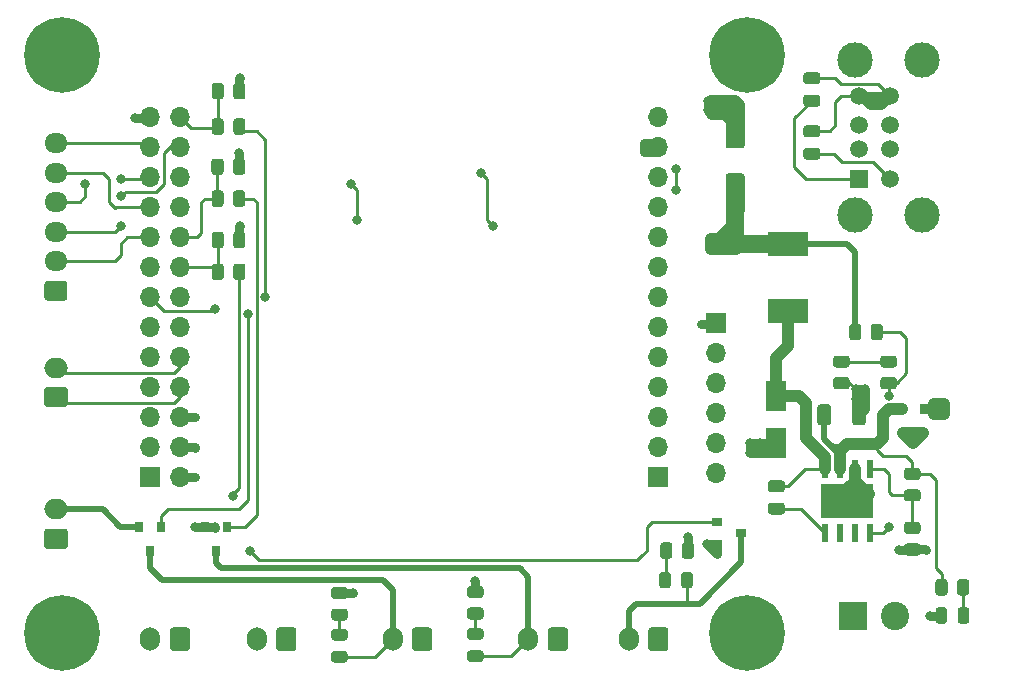
<source format=gbr>
%TF.GenerationSoftware,KiCad,Pcbnew,(5.1.12)-1*%
%TF.CreationDate,2021-12-26T21:26:00+08:00*%
%TF.ProjectId,OrangePiZeroExtentionBoard,4f72616e-6765-4506-995a-65726f457874,rev?*%
%TF.SameCoordinates,Original*%
%TF.FileFunction,Copper,L1,Top*%
%TF.FilePolarity,Positive*%
%FSLAX46Y46*%
G04 Gerber Fmt 4.6, Leading zero omitted, Abs format (unit mm)*
G04 Created by KiCad (PCBNEW (5.1.12)-1) date 2021-12-26 21:26:00*
%MOMM*%
%LPD*%
G01*
G04 APERTURE LIST*
%TA.AperFunction,ComponentPad*%
%ADD10C,0.600000*%
%TD*%
%TA.AperFunction,SMDPad,CuDef*%
%ADD11R,0.600000X1.550000*%
%TD*%
%TA.AperFunction,SMDPad,CuDef*%
%ADD12R,4.500000X2.950000*%
%TD*%
%TA.AperFunction,SMDPad,CuDef*%
%ADD13R,3.100000X2.600000*%
%TD*%
%TA.AperFunction,ComponentPad*%
%ADD14C,1.500000*%
%TD*%
%TA.AperFunction,ComponentPad*%
%ADD15C,3.000000*%
%TD*%
%TA.AperFunction,ComponentPad*%
%ADD16R,1.500000X1.500000*%
%TD*%
%TA.AperFunction,SMDPad,CuDef*%
%ADD17R,1.800000X2.500000*%
%TD*%
%TA.AperFunction,ComponentPad*%
%ADD18C,0.800000*%
%TD*%
%TA.AperFunction,ComponentPad*%
%ADD19C,6.400000*%
%TD*%
%TA.AperFunction,ComponentPad*%
%ADD20R,2.400000X2.400000*%
%TD*%
%TA.AperFunction,ComponentPad*%
%ADD21C,2.400000*%
%TD*%
%TA.AperFunction,ComponentPad*%
%ADD22O,1.950000X1.700000*%
%TD*%
%TA.AperFunction,ComponentPad*%
%ADD23R,1.700000X1.700000*%
%TD*%
%TA.AperFunction,ComponentPad*%
%ADD24O,1.700000X1.700000*%
%TD*%
%TA.AperFunction,ComponentPad*%
%ADD25O,2.000000X1.700000*%
%TD*%
%TA.AperFunction,ComponentPad*%
%ADD26O,1.700000X2.000000*%
%TD*%
%TA.AperFunction,SMDPad,CuDef*%
%ADD27R,3.400000X2.000000*%
%TD*%
%TA.AperFunction,SMDPad,CuDef*%
%ADD28R,0.800000X0.900000*%
%TD*%
%TA.AperFunction,SMDPad,CuDef*%
%ADD29R,0.900000X0.800000*%
%TD*%
%TA.AperFunction,ViaPad*%
%ADD30C,0.800000*%
%TD*%
%TA.AperFunction,Conductor*%
%ADD31C,0.250000*%
%TD*%
%TA.AperFunction,Conductor*%
%ADD32C,1.000000*%
%TD*%
%TA.AperFunction,Conductor*%
%ADD33C,0.500000*%
%TD*%
%TA.AperFunction,Conductor*%
%ADD34C,0.750000*%
%TD*%
%TA.AperFunction,Conductor*%
%ADD35C,1.500000*%
%TD*%
G04 APERTURE END LIST*
%TO.P,C5,2*%
%TO.N,GND*%
%TA.AperFunction,SMDPad,CuDef*%
G36*
G01*
X166050000Y-76950000D02*
X164950000Y-76950000D01*
G75*
G02*
X164700000Y-76700000I0J250000D01*
G01*
X164700000Y-73700000D01*
G75*
G02*
X164950000Y-73450000I250000J0D01*
G01*
X166050000Y-73450000D01*
G75*
G02*
X166300000Y-73700000I0J-250000D01*
G01*
X166300000Y-76700000D01*
G75*
G02*
X166050000Y-76950000I-250000J0D01*
G01*
G37*
%TD.AperFunction*%
%TO.P,C5,1*%
%TO.N,+5V*%
%TA.AperFunction,SMDPad,CuDef*%
G36*
G01*
X166050000Y-82550000D02*
X164950000Y-82550000D01*
G75*
G02*
X164700000Y-82300000I0J250000D01*
G01*
X164700000Y-79300000D01*
G75*
G02*
X164950000Y-79050000I250000J0D01*
G01*
X166050000Y-79050000D01*
G75*
G02*
X166300000Y-79300000I0J-250000D01*
G01*
X166300000Y-82300000D01*
G75*
G02*
X166050000Y-82550000I-250000J0D01*
G01*
G37*
%TD.AperFunction*%
%TD*%
D10*
%TO.P,U1,9*%
%TO.N,GND*%
X176800000Y-106200000D03*
X175700000Y-106200000D03*
X175700000Y-107400000D03*
X176800000Y-107400000D03*
X173200000Y-106200000D03*
X174400000Y-106200000D03*
X174400000Y-107400000D03*
X173200000Y-107400000D03*
D11*
%TO.P,U1,8*%
%TO.N,BUCK_PH*%
X173095000Y-104100000D03*
%TO.P,U1,7*%
%TO.N,BUCK_IN*%
X174365000Y-104100000D03*
%TO.P,U1,6*%
%TO.N,GND*%
X175635000Y-104100000D03*
%TO.P,U1,5*%
%TO.N,BUCK_EN*%
X176905000Y-104100000D03*
%TO.P,U1,4*%
%TO.N,BUCK_VSNS*%
X176905000Y-109500000D03*
%TO.P,U1,3*%
%TO.N,Net-(U1-Pad3)*%
X175635000Y-109500000D03*
%TO.P,U1,2*%
%TO.N,Net-(U1-Pad2)*%
X174365000Y-109500000D03*
%TO.P,U1,1*%
%TO.N,BUCK_BOOT*%
X173095000Y-109500000D03*
D12*
%TO.P,U1,9*%
%TO.N,GND*%
X175000000Y-106800000D03*
D13*
X175000000Y-106800000D03*
%TD*%
D14*
%TO.P,USB1,8*%
%TO.N,GND*%
X178620000Y-72500000D03*
%TO.P,USB1,7*%
%TO.N,USB_DP3*%
X178620000Y-75000000D03*
%TO.P,USB1,6*%
%TO.N,USB_DM3*%
X178620000Y-77000000D03*
%TO.P,USB1,5*%
%TO.N,+5V*%
X178620000Y-79500000D03*
D15*
%TO.P,USB1,9*%
%TO.N,Net-(USB1-Pad9)*%
X181330000Y-69430000D03*
X181330000Y-82570000D03*
D14*
%TO.P,USB1,4*%
%TO.N,GND*%
X176000000Y-72500000D03*
%TO.P,USB1,3*%
%TO.N,USB_DP2*%
X176000000Y-75000000D03*
%TO.P,USB1,2*%
%TO.N,USB_DM2*%
X176000000Y-77000000D03*
D16*
%TO.P,USB1,1*%
%TO.N,+5V*%
X176000000Y-79500000D03*
D15*
%TO.P,USB1,9*%
%TO.N,Net-(USB1-Pad9)*%
X175650000Y-82570000D03*
X175650000Y-69430000D03*
%TD*%
%TO.P,C1,2*%
%TO.N,GND*%
%TA.AperFunction,SMDPad,CuDef*%
G36*
G01*
X172475000Y-71500000D02*
X171525000Y-71500000D01*
G75*
G02*
X171275000Y-71250000I0J250000D01*
G01*
X171275000Y-70750000D01*
G75*
G02*
X171525000Y-70500000I250000J0D01*
G01*
X172475000Y-70500000D01*
G75*
G02*
X172725000Y-70750000I0J-250000D01*
G01*
X172725000Y-71250000D01*
G75*
G02*
X172475000Y-71500000I-250000J0D01*
G01*
G37*
%TD.AperFunction*%
%TO.P,C1,1*%
%TO.N,+5V*%
%TA.AperFunction,SMDPad,CuDef*%
G36*
G01*
X172475000Y-73400000D02*
X171525000Y-73400000D01*
G75*
G02*
X171275000Y-73150000I0J250000D01*
G01*
X171275000Y-72650000D01*
G75*
G02*
X171525000Y-72400000I250000J0D01*
G01*
X172475000Y-72400000D01*
G75*
G02*
X172725000Y-72650000I0J-250000D01*
G01*
X172725000Y-73150000D01*
G75*
G02*
X172475000Y-73400000I-250000J0D01*
G01*
G37*
%TD.AperFunction*%
%TD*%
%TO.P,C2,1*%
%TO.N,BUCK_IN*%
%TA.AperFunction,SMDPad,CuDef*%
G36*
G01*
X172475000Y-100150001D02*
X172475000Y-98849999D01*
G75*
G02*
X172724999Y-98600000I249999J0D01*
G01*
X173375001Y-98600000D01*
G75*
G02*
X173625000Y-98849999I0J-249999D01*
G01*
X173625000Y-100150001D01*
G75*
G02*
X173375001Y-100400000I-249999J0D01*
G01*
X172724999Y-100400000D01*
G75*
G02*
X172475000Y-100150001I0J249999D01*
G01*
G37*
%TD.AperFunction*%
%TO.P,C2,2*%
%TO.N,GND*%
%TA.AperFunction,SMDPad,CuDef*%
G36*
G01*
X175425000Y-100150001D02*
X175425000Y-98849999D01*
G75*
G02*
X175674999Y-98600000I249999J0D01*
G01*
X176325001Y-98600000D01*
G75*
G02*
X176575000Y-98849999I0J-249999D01*
G01*
X176575000Y-100150001D01*
G75*
G02*
X176325001Y-100400000I-249999J0D01*
G01*
X175674999Y-100400000D01*
G75*
G02*
X175425000Y-100150001I0J249999D01*
G01*
G37*
%TD.AperFunction*%
%TD*%
%TO.P,C3,1*%
%TO.N,+5V*%
%TA.AperFunction,SMDPad,CuDef*%
G36*
G01*
X172475000Y-77900000D02*
X171525000Y-77900000D01*
G75*
G02*
X171275000Y-77650000I0J250000D01*
G01*
X171275000Y-77150000D01*
G75*
G02*
X171525000Y-76900000I250000J0D01*
G01*
X172475000Y-76900000D01*
G75*
G02*
X172725000Y-77150000I0J-250000D01*
G01*
X172725000Y-77650000D01*
G75*
G02*
X172475000Y-77900000I-250000J0D01*
G01*
G37*
%TD.AperFunction*%
%TO.P,C3,2*%
%TO.N,GND*%
%TA.AperFunction,SMDPad,CuDef*%
G36*
G01*
X172475000Y-76000000D02*
X171525000Y-76000000D01*
G75*
G02*
X171275000Y-75750000I0J250000D01*
G01*
X171275000Y-75250000D01*
G75*
G02*
X171525000Y-75000000I250000J0D01*
G01*
X172475000Y-75000000D01*
G75*
G02*
X172725000Y-75250000I0J-250000D01*
G01*
X172725000Y-75750000D01*
G75*
G02*
X172475000Y-76000000I-250000J0D01*
G01*
G37*
%TD.AperFunction*%
%TD*%
%TO.P,C4,1*%
%TO.N,BUCK_BOOT*%
%TA.AperFunction,SMDPad,CuDef*%
G36*
G01*
X169475000Y-107950000D02*
X168525000Y-107950000D01*
G75*
G02*
X168275000Y-107700000I0J250000D01*
G01*
X168275000Y-107200000D01*
G75*
G02*
X168525000Y-106950000I250000J0D01*
G01*
X169475000Y-106950000D01*
G75*
G02*
X169725000Y-107200000I0J-250000D01*
G01*
X169725000Y-107700000D01*
G75*
G02*
X169475000Y-107950000I-250000J0D01*
G01*
G37*
%TD.AperFunction*%
%TO.P,C4,2*%
%TO.N,BUCK_PH*%
%TA.AperFunction,SMDPad,CuDef*%
G36*
G01*
X169475000Y-106050000D02*
X168525000Y-106050000D01*
G75*
G02*
X168275000Y-105800000I0J250000D01*
G01*
X168275000Y-105300000D01*
G75*
G02*
X168525000Y-105050000I250000J0D01*
G01*
X169475000Y-105050000D01*
G75*
G02*
X169725000Y-105300000I0J-250000D01*
G01*
X169725000Y-105800000D01*
G75*
G02*
X169475000Y-106050000I-250000J0D01*
G01*
G37*
%TD.AperFunction*%
%TD*%
%TO.P,D1,2*%
%TO.N,Net-(D1-Pad2)*%
%TA.AperFunction,SMDPad,CuDef*%
G36*
G01*
X184350000Y-116956250D02*
X184350000Y-116043750D01*
G75*
G02*
X184593750Y-115800000I243750J0D01*
G01*
X185081250Y-115800000D01*
G75*
G02*
X185325000Y-116043750I0J-243750D01*
G01*
X185325000Y-116956250D01*
G75*
G02*
X185081250Y-117200000I-243750J0D01*
G01*
X184593750Y-117200000D01*
G75*
G02*
X184350000Y-116956250I0J243750D01*
G01*
G37*
%TD.AperFunction*%
%TO.P,D1,1*%
%TO.N,GND*%
%TA.AperFunction,SMDPad,CuDef*%
G36*
G01*
X182475000Y-116956250D02*
X182475000Y-116043750D01*
G75*
G02*
X182718750Y-115800000I243750J0D01*
G01*
X183206250Y-115800000D01*
G75*
G02*
X183450000Y-116043750I0J-243750D01*
G01*
X183450000Y-116956250D01*
G75*
G02*
X183206250Y-117200000I-243750J0D01*
G01*
X182718750Y-117200000D01*
G75*
G02*
X182475000Y-116956250I0J243750D01*
G01*
G37*
%TD.AperFunction*%
%TD*%
%TO.P,D2,1*%
%TO.N,Net-(D2-Pad1)*%
%TA.AperFunction,SMDPad,CuDef*%
G36*
G01*
X132456250Y-120487500D02*
X131543750Y-120487500D01*
G75*
G02*
X131300000Y-120243750I0J243750D01*
G01*
X131300000Y-119756250D01*
G75*
G02*
X131543750Y-119512500I243750J0D01*
G01*
X132456250Y-119512500D01*
G75*
G02*
X132700000Y-119756250I0J-243750D01*
G01*
X132700000Y-120243750D01*
G75*
G02*
X132456250Y-120487500I-243750J0D01*
G01*
G37*
%TD.AperFunction*%
%TO.P,D2,2*%
%TO.N,Net-(D2-Pad2)*%
%TA.AperFunction,SMDPad,CuDef*%
G36*
G01*
X132456250Y-118612500D02*
X131543750Y-118612500D01*
G75*
G02*
X131300000Y-118368750I0J243750D01*
G01*
X131300000Y-117881250D01*
G75*
G02*
X131543750Y-117637500I243750J0D01*
G01*
X132456250Y-117637500D01*
G75*
G02*
X132700000Y-117881250I0J-243750D01*
G01*
X132700000Y-118368750D01*
G75*
G02*
X132456250Y-118612500I-243750J0D01*
G01*
G37*
%TD.AperFunction*%
%TD*%
%TO.P,D3,2*%
%TO.N,Net-(D3-Pad2)*%
%TA.AperFunction,SMDPad,CuDef*%
G36*
G01*
X143956250Y-118550000D02*
X143043750Y-118550000D01*
G75*
G02*
X142800000Y-118306250I0J243750D01*
G01*
X142800000Y-117818750D01*
G75*
G02*
X143043750Y-117575000I243750J0D01*
G01*
X143956250Y-117575000D01*
G75*
G02*
X144200000Y-117818750I0J-243750D01*
G01*
X144200000Y-118306250D01*
G75*
G02*
X143956250Y-118550000I-243750J0D01*
G01*
G37*
%TD.AperFunction*%
%TO.P,D3,1*%
%TO.N,Net-(D3-Pad1)*%
%TA.AperFunction,SMDPad,CuDef*%
G36*
G01*
X143956250Y-120425000D02*
X143043750Y-120425000D01*
G75*
G02*
X142800000Y-120181250I0J243750D01*
G01*
X142800000Y-119693750D01*
G75*
G02*
X143043750Y-119450000I243750J0D01*
G01*
X143956250Y-119450000D01*
G75*
G02*
X144200000Y-119693750I0J-243750D01*
G01*
X144200000Y-120181250D01*
G75*
G02*
X143956250Y-120425000I-243750J0D01*
G01*
G37*
%TD.AperFunction*%
%TD*%
D17*
%TO.P,D4,1*%
%TO.N,BUCK_PH*%
X169000000Y-97900000D03*
%TO.P,D4,2*%
%TO.N,GND*%
X169000000Y-101900000D03*
%TD*%
%TO.P,D5,1*%
%TO.N,Net-(D5-Pad1)*%
%TA.AperFunction,SMDPad,CuDef*%
G36*
G01*
X161925000Y-113043750D02*
X161925000Y-113956250D01*
G75*
G02*
X161681250Y-114200000I-243750J0D01*
G01*
X161193750Y-114200000D01*
G75*
G02*
X160950000Y-113956250I0J243750D01*
G01*
X160950000Y-113043750D01*
G75*
G02*
X161193750Y-112800000I243750J0D01*
G01*
X161681250Y-112800000D01*
G75*
G02*
X161925000Y-113043750I0J-243750D01*
G01*
G37*
%TD.AperFunction*%
%TO.P,D5,2*%
%TO.N,Net-(D5-Pad2)*%
%TA.AperFunction,SMDPad,CuDef*%
G36*
G01*
X160050000Y-113043750D02*
X160050000Y-113956250D01*
G75*
G02*
X159806250Y-114200000I-243750J0D01*
G01*
X159318750Y-114200000D01*
G75*
G02*
X159075000Y-113956250I0J243750D01*
G01*
X159075000Y-113043750D01*
G75*
G02*
X159318750Y-112800000I243750J0D01*
G01*
X159806250Y-112800000D01*
G75*
G02*
X160050000Y-113043750I0J-243750D01*
G01*
G37*
%TD.AperFunction*%
%TD*%
D18*
%TO.P,,1*%
%TO.N,N/C*%
X110197056Y-116302944D03*
X108500000Y-115600000D03*
X106802944Y-116302944D03*
X106100000Y-118000000D03*
X106802944Y-119697056D03*
X108500000Y-120400000D03*
X110197056Y-119697056D03*
X110900000Y-118000000D03*
D19*
X108500000Y-118000000D03*
%TD*%
%TO.P,,1*%
%TO.N,N/C*%
X108500000Y-69000000D03*
D18*
X110900000Y-69000000D03*
X110197056Y-70697056D03*
X108500000Y-71400000D03*
X106802944Y-70697056D03*
X106100000Y-69000000D03*
X106802944Y-67302944D03*
X108500000Y-66600000D03*
X110197056Y-67302944D03*
%TD*%
%TO.P,,1*%
%TO.N,N/C*%
X168197056Y-67302944D03*
X166500000Y-66600000D03*
X164802944Y-67302944D03*
X164100000Y-69000000D03*
X164802944Y-70697056D03*
X166500000Y-71400000D03*
X168197056Y-70697056D03*
X168900000Y-69000000D03*
D19*
X166500000Y-69000000D03*
%TD*%
D18*
%TO.P,,1*%
%TO.N,N/C*%
X168197056Y-116302944D03*
X166500000Y-115600000D03*
X164802944Y-116302944D03*
X164100000Y-118000000D03*
X164802944Y-119697056D03*
X166500000Y-120400000D03*
X168197056Y-119697056D03*
X168900000Y-118000000D03*
D19*
X166500000Y-118000000D03*
%TD*%
D20*
%TO.P,J2,1*%
%TO.N,DCIN*%
X175500000Y-116500000D03*
D21*
%TO.P,J2,2*%
%TO.N,GND*%
X179000000Y-116500000D03*
%TD*%
%TO.P,J3,1*%
%TO.N,GND*%
%TA.AperFunction,ComponentPad*%
G36*
G01*
X108725000Y-89850000D02*
X107275000Y-89850000D01*
G75*
G02*
X107025000Y-89600000I0J250000D01*
G01*
X107025000Y-88400000D01*
G75*
G02*
X107275000Y-88150000I250000J0D01*
G01*
X108725000Y-88150000D01*
G75*
G02*
X108975000Y-88400000I0J-250000D01*
G01*
X108975000Y-89600000D01*
G75*
G02*
X108725000Y-89850000I-250000J0D01*
G01*
G37*
%TD.AperFunction*%
D22*
%TO.P,J3,2*%
%TO.N,+3V3*%
X108000000Y-86500000D03*
%TO.P,J3,3*%
%TO.N,SPI1_CS*%
X108000000Y-84000000D03*
%TO.P,J3,4*%
%TO.N,SPI1_MISO*%
X108000000Y-81500000D03*
%TO.P,J3,5*%
%TO.N,SPI1_MOSI*%
X108000000Y-79000000D03*
%TO.P,J3,6*%
%TO.N,SPI1_CLK*%
X108000000Y-76500000D03*
%TD*%
D23*
%TO.P,J4,1*%
%TO.N,+3V3*%
X115960000Y-104780000D03*
D24*
%TO.P,J4,2*%
%TO.N,+5V*%
X118500000Y-104780000D03*
%TO.P,J4,3*%
%TO.N,Net-(J4-Pad3)*%
X115960000Y-102240000D03*
%TO.P,J4,4*%
%TO.N,+5V*%
X118500000Y-102240000D03*
%TO.P,J4,5*%
%TO.N,Net-(J4-Pad5)*%
X115960000Y-99700000D03*
%TO.P,J4,6*%
%TO.N,GND*%
X118500000Y-99700000D03*
%TO.P,J4,7*%
%TO.N,Net-(J4-Pad7)*%
X115960000Y-97160000D03*
%TO.P,J4,8*%
%TO.N,UART1_RX*%
X118500000Y-97160000D03*
%TO.P,J4,9*%
%TO.N,GND*%
X115960000Y-94620000D03*
%TO.P,J4,10*%
%TO.N,UART1_TX*%
X118500000Y-94620000D03*
%TO.P,J4,11*%
%TO.N,GPIO_1_CLK*%
X115960000Y-92080000D03*
%TO.P,J4,12*%
%TO.N,Net-(J4-Pad12)*%
X118500000Y-92080000D03*
%TO.P,J4,13*%
%TO.N,GPIO_0_SDO*%
X115960000Y-89540000D03*
%TO.P,J4,14*%
%TO.N,GND*%
X118500000Y-89540000D03*
%TO.P,J4,15*%
%TO.N,GPIO_3_SDI*%
X115960000Y-87000000D03*
%TO.P,J4,16*%
%TO.N,GPIO_19*%
X118500000Y-87000000D03*
%TO.P,J4,17*%
%TO.N,+3V3*%
X115960000Y-84460000D03*
%TO.P,J4,18*%
%TO.N,GPIO_18*%
X118500000Y-84460000D03*
%TO.P,J4,19*%
%TO.N,SPI1_MOSI*%
X115960000Y-81920000D03*
%TO.P,J4,20*%
%TO.N,GND*%
X118500000Y-81920000D03*
%TO.P,J4,21*%
%TO.N,SPI1_MISO*%
X115960000Y-79380000D03*
%TO.P,J4,22*%
%TO.N,GPIO_2_CS*%
X118500000Y-79380000D03*
%TO.P,J4,23*%
%TO.N,SPI1_CLK*%
X115960000Y-76840000D03*
%TO.P,J4,24*%
%TO.N,SPI1_CS*%
X118500000Y-76840000D03*
%TO.P,J4,25*%
%TO.N,GND*%
X115960000Y-74300000D03*
%TO.P,J4,26*%
%TO.N,GPIO_10*%
X118500000Y-74300000D03*
%TD*%
D23*
%TO.P,J7,1*%
%TO.N,Net-(J7-Pad1)*%
X159000000Y-104780000D03*
D24*
%TO.P,J7,2*%
%TO.N,Net-(J7-Pad2)*%
X159000000Y-102240000D03*
%TO.P,J7,3*%
%TO.N,Net-(J7-Pad3)*%
X159000000Y-99700000D03*
%TO.P,J7,4*%
%TO.N,Net-(J7-Pad4)*%
X159000000Y-97160000D03*
%TO.P,J7,5*%
%TO.N,Net-(J7-Pad5)*%
X159000000Y-94620000D03*
%TO.P,J7,6*%
%TO.N,Net-(J7-Pad6)*%
X159000000Y-92080000D03*
%TO.P,J7,7*%
%TO.N,Net-(J7-Pad7)*%
X159000000Y-89540000D03*
%TO.P,J7,8*%
%TO.N,USB_DP3*%
X159000000Y-87000000D03*
%TO.P,J7,9*%
%TO.N,USB_DM3*%
X159000000Y-84460000D03*
%TO.P,J7,10*%
%TO.N,USB_DP2*%
X159000000Y-81920000D03*
%TO.P,J7,11*%
%TO.N,USB_DM2*%
X159000000Y-79380000D03*
%TO.P,J7,12*%
%TO.N,GND*%
X159000000Y-76840000D03*
%TO.P,J7,13*%
%TO.N,+5V*%
X159000000Y-74300000D03*
%TD*%
%TO.P,J8,1*%
%TO.N,+5V*%
%TA.AperFunction,ComponentPad*%
G36*
G01*
X108750000Y-110850000D02*
X107250000Y-110850000D01*
G75*
G02*
X107000000Y-110600000I0J250000D01*
G01*
X107000000Y-109400000D01*
G75*
G02*
X107250000Y-109150000I250000J0D01*
G01*
X108750000Y-109150000D01*
G75*
G02*
X109000000Y-109400000I0J-250000D01*
G01*
X109000000Y-110600000D01*
G75*
G02*
X108750000Y-110850000I-250000J0D01*
G01*
G37*
%TD.AperFunction*%
D25*
%TO.P,J8,2*%
%TO.N,GND*%
X108000000Y-107500000D03*
%TD*%
D26*
%TO.P,J9,2*%
%TO.N,GND*%
X116000000Y-118500000D03*
%TO.P,J9,1*%
%TO.N,+5V*%
%TA.AperFunction,ComponentPad*%
G36*
G01*
X119350000Y-117750000D02*
X119350000Y-119250000D01*
G75*
G02*
X119100000Y-119500000I-250000J0D01*
G01*
X117900000Y-119500000D01*
G75*
G02*
X117650000Y-119250000I0J250000D01*
G01*
X117650000Y-117750000D01*
G75*
G02*
X117900000Y-117500000I250000J0D01*
G01*
X119100000Y-117500000D01*
G75*
G02*
X119350000Y-117750000I0J-250000D01*
G01*
G37*
%TD.AperFunction*%
%TD*%
%TO.P,J10,2*%
%TO.N,Net-(D2-Pad1)*%
X136500000Y-118500000D03*
%TO.P,J10,1*%
%TO.N,DCIN*%
%TA.AperFunction,ComponentPad*%
G36*
G01*
X139850000Y-117750000D02*
X139850000Y-119250000D01*
G75*
G02*
X139600000Y-119500000I-250000J0D01*
G01*
X138400000Y-119500000D01*
G75*
G02*
X138150000Y-119250000I0J250000D01*
G01*
X138150000Y-117750000D01*
G75*
G02*
X138400000Y-117500000I250000J0D01*
G01*
X139600000Y-117500000D01*
G75*
G02*
X139850000Y-117750000I0J-250000D01*
G01*
G37*
%TD.AperFunction*%
%TD*%
%TO.P,J11,1*%
%TO.N,UART1_RX*%
%TA.AperFunction,ComponentPad*%
G36*
G01*
X108750000Y-98850000D02*
X107250000Y-98850000D01*
G75*
G02*
X107000000Y-98600000I0J250000D01*
G01*
X107000000Y-97400000D01*
G75*
G02*
X107250000Y-97150000I250000J0D01*
G01*
X108750000Y-97150000D01*
G75*
G02*
X109000000Y-97400000I0J-250000D01*
G01*
X109000000Y-98600000D01*
G75*
G02*
X108750000Y-98850000I-250000J0D01*
G01*
G37*
%TD.AperFunction*%
D25*
%TO.P,J11,2*%
%TO.N,UART1_TX*%
X108000000Y-95500000D03*
%TD*%
%TO.P,J12,1*%
%TO.N,DCIN*%
%TA.AperFunction,ComponentPad*%
G36*
G01*
X151350000Y-117750000D02*
X151350000Y-119250000D01*
G75*
G02*
X151100000Y-119500000I-250000J0D01*
G01*
X149900000Y-119500000D01*
G75*
G02*
X149650000Y-119250000I0J250000D01*
G01*
X149650000Y-117750000D01*
G75*
G02*
X149900000Y-117500000I250000J0D01*
G01*
X151100000Y-117500000D01*
G75*
G02*
X151350000Y-117750000I0J-250000D01*
G01*
G37*
%TD.AperFunction*%
D26*
%TO.P,J12,2*%
%TO.N,Net-(D3-Pad1)*%
X148000000Y-118500000D03*
%TD*%
%TO.P,J13,2*%
%TO.N,GND*%
X125000000Y-118500000D03*
%TO.P,J13,1*%
%TO.N,DCIN*%
%TA.AperFunction,ComponentPad*%
G36*
G01*
X128350000Y-117750000D02*
X128350000Y-119250000D01*
G75*
G02*
X128100000Y-119500000I-250000J0D01*
G01*
X126900000Y-119500000D01*
G75*
G02*
X126650000Y-119250000I0J250000D01*
G01*
X126650000Y-117750000D01*
G75*
G02*
X126900000Y-117500000I250000J0D01*
G01*
X128100000Y-117500000D01*
G75*
G02*
X128350000Y-117750000I0J-250000D01*
G01*
G37*
%TD.AperFunction*%
%TD*%
%TO.P,J15,2*%
%TO.N,Net-(D5-Pad1)*%
X156500000Y-118500000D03*
%TO.P,J15,1*%
%TO.N,DCIN*%
%TA.AperFunction,ComponentPad*%
G36*
G01*
X159850000Y-117750000D02*
X159850000Y-119250000D01*
G75*
G02*
X159600000Y-119500000I-250000J0D01*
G01*
X158400000Y-119500000D01*
G75*
G02*
X158150000Y-119250000I0J250000D01*
G01*
X158150000Y-117750000D01*
G75*
G02*
X158400000Y-117500000I250000J0D01*
G01*
X159600000Y-117500000D01*
G75*
G02*
X159850000Y-117750000I0J-250000D01*
G01*
G37*
%TD.AperFunction*%
%TD*%
D27*
%TO.P,L1,1*%
%TO.N,BUCK_PH*%
X170000000Y-90700000D03*
%TO.P,L1,2*%
%TO.N,+5V*%
X170000000Y-85000000D03*
%TD*%
D28*
%TO.P,Q1,1*%
%TO.N,GND*%
X181500000Y-99000000D03*
%TO.P,Q1,2*%
%TO.N,BUCK_IN*%
X179600000Y-99000000D03*
%TO.P,Q1,3*%
%TO.N,DCIN*%
X180550000Y-101000000D03*
%TD*%
%TO.P,Q2,1*%
%TO.N,Net-(Q2-Pad1)*%
X116900000Y-109000000D03*
%TO.P,Q2,2*%
%TO.N,GND*%
X115000000Y-109000000D03*
%TO.P,Q2,3*%
%TO.N,Net-(D2-Pad1)*%
X115950000Y-111000000D03*
%TD*%
%TO.P,Q3,3*%
%TO.N,Net-(D3-Pad1)*%
X121550000Y-111000000D03*
%TO.P,Q3,2*%
%TO.N,GND*%
X120600000Y-109000000D03*
%TO.P,Q3,1*%
%TO.N,Net-(Q3-Pad1)*%
X122500000Y-109000000D03*
%TD*%
D29*
%TO.P,Q4,3*%
%TO.N,Net-(D5-Pad1)*%
X166000000Y-109500000D03*
%TO.P,Q4,2*%
%TO.N,GND*%
X164000000Y-110450000D03*
%TO.P,Q4,1*%
%TO.N,Net-(Q4-Pad1)*%
X164000000Y-108550000D03*
%TD*%
%TO.P,R1,1*%
%TO.N,BUCK_IN*%
%TA.AperFunction,SMDPad,CuDef*%
G36*
G01*
X182462500Y-114550002D02*
X182462500Y-113649998D01*
G75*
G02*
X182712498Y-113400000I249998J0D01*
G01*
X183237502Y-113400000D01*
G75*
G02*
X183487500Y-113649998I0J-249998D01*
G01*
X183487500Y-114550002D01*
G75*
G02*
X183237502Y-114800000I-249998J0D01*
G01*
X182712498Y-114800000D01*
G75*
G02*
X182462500Y-114550002I0J249998D01*
G01*
G37*
%TD.AperFunction*%
%TO.P,R1,2*%
%TO.N,Net-(D1-Pad2)*%
%TA.AperFunction,SMDPad,CuDef*%
G36*
G01*
X184287500Y-114550002D02*
X184287500Y-113649998D01*
G75*
G02*
X184537498Y-113400000I249998J0D01*
G01*
X185062502Y-113400000D01*
G75*
G02*
X185312500Y-113649998I0J-249998D01*
G01*
X185312500Y-114550002D01*
G75*
G02*
X185062502Y-114800000I-249998J0D01*
G01*
X184537498Y-114800000D01*
G75*
G02*
X184287500Y-114550002I0J249998D01*
G01*
G37*
%TD.AperFunction*%
%TD*%
%TO.P,R2,1*%
%TO.N,BUCK_IN*%
%TA.AperFunction,SMDPad,CuDef*%
G36*
G01*
X180049998Y-103987500D02*
X180950002Y-103987500D01*
G75*
G02*
X181200000Y-104237498I0J-249998D01*
G01*
X181200000Y-104762502D01*
G75*
G02*
X180950002Y-105012500I-249998J0D01*
G01*
X180049998Y-105012500D01*
G75*
G02*
X179800000Y-104762502I0J249998D01*
G01*
X179800000Y-104237498D01*
G75*
G02*
X180049998Y-103987500I249998J0D01*
G01*
G37*
%TD.AperFunction*%
%TO.P,R2,2*%
%TO.N,BUCK_EN*%
%TA.AperFunction,SMDPad,CuDef*%
G36*
G01*
X180049998Y-105812500D02*
X180950002Y-105812500D01*
G75*
G02*
X181200000Y-106062498I0J-249998D01*
G01*
X181200000Y-106587502D01*
G75*
G02*
X180950002Y-106837500I-249998J0D01*
G01*
X180049998Y-106837500D01*
G75*
G02*
X179800000Y-106587502I0J249998D01*
G01*
X179800000Y-106062498D01*
G75*
G02*
X180049998Y-105812500I249998J0D01*
G01*
G37*
%TD.AperFunction*%
%TD*%
%TO.P,R3,2*%
%TO.N,GND*%
%TA.AperFunction,SMDPad,CuDef*%
G36*
G01*
X180049998Y-110387500D02*
X180950002Y-110387500D01*
G75*
G02*
X181200000Y-110637498I0J-249998D01*
G01*
X181200000Y-111162502D01*
G75*
G02*
X180950002Y-111412500I-249998J0D01*
G01*
X180049998Y-111412500D01*
G75*
G02*
X179800000Y-111162502I0J249998D01*
G01*
X179800000Y-110637498D01*
G75*
G02*
X180049998Y-110387500I249998J0D01*
G01*
G37*
%TD.AperFunction*%
%TO.P,R3,1*%
%TO.N,BUCK_EN*%
%TA.AperFunction,SMDPad,CuDef*%
G36*
G01*
X180049998Y-108562500D02*
X180950002Y-108562500D01*
G75*
G02*
X181200000Y-108812498I0J-249998D01*
G01*
X181200000Y-109337502D01*
G75*
G02*
X180950002Y-109587500I-249998J0D01*
G01*
X180049998Y-109587500D01*
G75*
G02*
X179800000Y-109337502I0J249998D01*
G01*
X179800000Y-108812498D01*
G75*
G02*
X180049998Y-108562500I249998J0D01*
G01*
G37*
%TD.AperFunction*%
%TD*%
%TO.P,R4,2*%
%TO.N,DCIN*%
%TA.AperFunction,SMDPad,CuDef*%
G36*
G01*
X132450002Y-115100000D02*
X131549998Y-115100000D01*
G75*
G02*
X131300000Y-114850002I0J249998D01*
G01*
X131300000Y-114324998D01*
G75*
G02*
X131549998Y-114075000I249998J0D01*
G01*
X132450002Y-114075000D01*
G75*
G02*
X132700000Y-114324998I0J-249998D01*
G01*
X132700000Y-114850002D01*
G75*
G02*
X132450002Y-115100000I-249998J0D01*
G01*
G37*
%TD.AperFunction*%
%TO.P,R4,1*%
%TO.N,Net-(D2-Pad2)*%
%TA.AperFunction,SMDPad,CuDef*%
G36*
G01*
X132450002Y-116925000D02*
X131549998Y-116925000D01*
G75*
G02*
X131300000Y-116675002I0J249998D01*
G01*
X131300000Y-116149998D01*
G75*
G02*
X131549998Y-115900000I249998J0D01*
G01*
X132450002Y-115900000D01*
G75*
G02*
X132700000Y-116149998I0J-249998D01*
G01*
X132700000Y-116675002D01*
G75*
G02*
X132450002Y-116925000I-249998J0D01*
G01*
G37*
%TD.AperFunction*%
%TD*%
%TO.P,R5,1*%
%TO.N,Net-(Q2-Pad1)*%
%TA.AperFunction,SMDPad,CuDef*%
G36*
G01*
X124037500Y-74649998D02*
X124037500Y-75550002D01*
G75*
G02*
X123787502Y-75800000I-249998J0D01*
G01*
X123262498Y-75800000D01*
G75*
G02*
X123012500Y-75550002I0J249998D01*
G01*
X123012500Y-74649998D01*
G75*
G02*
X123262498Y-74400000I249998J0D01*
G01*
X123787502Y-74400000D01*
G75*
G02*
X124037500Y-74649998I0J-249998D01*
G01*
G37*
%TD.AperFunction*%
%TO.P,R5,2*%
%TO.N,GPIO_10*%
%TA.AperFunction,SMDPad,CuDef*%
G36*
G01*
X122212500Y-74649998D02*
X122212500Y-75550002D01*
G75*
G02*
X121962502Y-75800000I-249998J0D01*
G01*
X121437498Y-75800000D01*
G75*
G02*
X121187500Y-75550002I0J249998D01*
G01*
X121187500Y-74649998D01*
G75*
G02*
X121437498Y-74400000I249998J0D01*
G01*
X121962502Y-74400000D01*
G75*
G02*
X122212500Y-74649998I0J-249998D01*
G01*
G37*
%TD.AperFunction*%
%TD*%
%TO.P,R6,2*%
%TO.N,GPIO_10*%
%TA.AperFunction,SMDPad,CuDef*%
G36*
G01*
X122212500Y-71649998D02*
X122212500Y-72550002D01*
G75*
G02*
X121962502Y-72800000I-249998J0D01*
G01*
X121437498Y-72800000D01*
G75*
G02*
X121187500Y-72550002I0J249998D01*
G01*
X121187500Y-71649998D01*
G75*
G02*
X121437498Y-71400000I249998J0D01*
G01*
X121962502Y-71400000D01*
G75*
G02*
X122212500Y-71649998I0J-249998D01*
G01*
G37*
%TD.AperFunction*%
%TO.P,R6,1*%
%TO.N,GND*%
%TA.AperFunction,SMDPad,CuDef*%
G36*
G01*
X124037500Y-71649998D02*
X124037500Y-72550002D01*
G75*
G02*
X123787502Y-72800000I-249998J0D01*
G01*
X123262498Y-72800000D01*
G75*
G02*
X123012500Y-72550002I0J249998D01*
G01*
X123012500Y-71649998D01*
G75*
G02*
X123262498Y-71400000I249998J0D01*
G01*
X123787502Y-71400000D01*
G75*
G02*
X124037500Y-71649998I0J-249998D01*
G01*
G37*
%TD.AperFunction*%
%TD*%
%TO.P,R7,1*%
%TO.N,Net-(D3-Pad2)*%
%TA.AperFunction,SMDPad,CuDef*%
G36*
G01*
X143950002Y-116837500D02*
X143049998Y-116837500D01*
G75*
G02*
X142800000Y-116587502I0J249998D01*
G01*
X142800000Y-116062498D01*
G75*
G02*
X143049998Y-115812500I249998J0D01*
G01*
X143950002Y-115812500D01*
G75*
G02*
X144200000Y-116062498I0J-249998D01*
G01*
X144200000Y-116587502D01*
G75*
G02*
X143950002Y-116837500I-249998J0D01*
G01*
G37*
%TD.AperFunction*%
%TO.P,R7,2*%
%TO.N,DCIN*%
%TA.AperFunction,SMDPad,CuDef*%
G36*
G01*
X143950002Y-115012500D02*
X143049998Y-115012500D01*
G75*
G02*
X142800000Y-114762502I0J249998D01*
G01*
X142800000Y-114237498D01*
G75*
G02*
X143049998Y-113987500I249998J0D01*
G01*
X143950002Y-113987500D01*
G75*
G02*
X144200000Y-114237498I0J-249998D01*
G01*
X144200000Y-114762502D01*
G75*
G02*
X143950002Y-115012500I-249998J0D01*
G01*
G37*
%TD.AperFunction*%
%TD*%
%TO.P,R8,1*%
%TO.N,Net-(Q3-Pad1)*%
%TA.AperFunction,SMDPad,CuDef*%
G36*
G01*
X124025000Y-80749998D02*
X124025000Y-81650002D01*
G75*
G02*
X123775002Y-81900000I-249998J0D01*
G01*
X123249998Y-81900000D01*
G75*
G02*
X123000000Y-81650002I0J249998D01*
G01*
X123000000Y-80749998D01*
G75*
G02*
X123249998Y-80500000I249998J0D01*
G01*
X123775002Y-80500000D01*
G75*
G02*
X124025000Y-80749998I0J-249998D01*
G01*
G37*
%TD.AperFunction*%
%TO.P,R8,2*%
%TO.N,GPIO_18*%
%TA.AperFunction,SMDPad,CuDef*%
G36*
G01*
X122200000Y-80749998D02*
X122200000Y-81650002D01*
G75*
G02*
X121950002Y-81900000I-249998J0D01*
G01*
X121424998Y-81900000D01*
G75*
G02*
X121175000Y-81650002I0J249998D01*
G01*
X121175000Y-80749998D01*
G75*
G02*
X121424998Y-80500000I249998J0D01*
G01*
X121950002Y-80500000D01*
G75*
G02*
X122200000Y-80749998I0J-249998D01*
G01*
G37*
%TD.AperFunction*%
%TD*%
%TO.P,R9,1*%
%TO.N,GND*%
%TA.AperFunction,SMDPad,CuDef*%
G36*
G01*
X124012500Y-78049998D02*
X124012500Y-78950002D01*
G75*
G02*
X123762502Y-79200000I-249998J0D01*
G01*
X123237498Y-79200000D01*
G75*
G02*
X122987500Y-78950002I0J249998D01*
G01*
X122987500Y-78049998D01*
G75*
G02*
X123237498Y-77800000I249998J0D01*
G01*
X123762502Y-77800000D01*
G75*
G02*
X124012500Y-78049998I0J-249998D01*
G01*
G37*
%TD.AperFunction*%
%TO.P,R9,2*%
%TO.N,GPIO_18*%
%TA.AperFunction,SMDPad,CuDef*%
G36*
G01*
X122187500Y-78049998D02*
X122187500Y-78950002D01*
G75*
G02*
X121937502Y-79200000I-249998J0D01*
G01*
X121412498Y-79200000D01*
G75*
G02*
X121162500Y-78950002I0J249998D01*
G01*
X121162500Y-78049998D01*
G75*
G02*
X121412498Y-77800000I249998J0D01*
G01*
X121937502Y-77800000D01*
G75*
G02*
X122187500Y-78049998I0J-249998D01*
G01*
G37*
%TD.AperFunction*%
%TD*%
%TO.P,R10,2*%
%TO.N,DCIN*%
%TA.AperFunction,SMDPad,CuDef*%
G36*
G01*
X160987500Y-111450002D02*
X160987500Y-110549998D01*
G75*
G02*
X161237498Y-110300000I249998J0D01*
G01*
X161762502Y-110300000D01*
G75*
G02*
X162012500Y-110549998I0J-249998D01*
G01*
X162012500Y-111450002D01*
G75*
G02*
X161762502Y-111700000I-249998J0D01*
G01*
X161237498Y-111700000D01*
G75*
G02*
X160987500Y-111450002I0J249998D01*
G01*
G37*
%TD.AperFunction*%
%TO.P,R10,1*%
%TO.N,Net-(D5-Pad2)*%
%TA.AperFunction,SMDPad,CuDef*%
G36*
G01*
X159162500Y-111450002D02*
X159162500Y-110549998D01*
G75*
G02*
X159412498Y-110300000I249998J0D01*
G01*
X159937502Y-110300000D01*
G75*
G02*
X160187500Y-110549998I0J-249998D01*
G01*
X160187500Y-111450002D01*
G75*
G02*
X159937502Y-111700000I-249998J0D01*
G01*
X159412498Y-111700000D01*
G75*
G02*
X159162500Y-111450002I0J249998D01*
G01*
G37*
%TD.AperFunction*%
%TD*%
%TO.P,R11,2*%
%TO.N,BUCK_VSNS*%
%TA.AperFunction,SMDPad,CuDef*%
G36*
G01*
X176987500Y-92950002D02*
X176987500Y-92049998D01*
G75*
G02*
X177237498Y-91800000I249998J0D01*
G01*
X177762502Y-91800000D01*
G75*
G02*
X178012500Y-92049998I0J-249998D01*
G01*
X178012500Y-92950002D01*
G75*
G02*
X177762502Y-93200000I-249998J0D01*
G01*
X177237498Y-93200000D01*
G75*
G02*
X176987500Y-92950002I0J249998D01*
G01*
G37*
%TD.AperFunction*%
%TO.P,R11,1*%
%TO.N,+5V*%
%TA.AperFunction,SMDPad,CuDef*%
G36*
G01*
X175162500Y-92950002D02*
X175162500Y-92049998D01*
G75*
G02*
X175412498Y-91800000I249998J0D01*
G01*
X175937502Y-91800000D01*
G75*
G02*
X176187500Y-92049998I0J-249998D01*
G01*
X176187500Y-92950002D01*
G75*
G02*
X175937502Y-93200000I-249998J0D01*
G01*
X175412498Y-93200000D01*
G75*
G02*
X175162500Y-92950002I0J249998D01*
G01*
G37*
%TD.AperFunction*%
%TD*%
%TO.P,R12,1*%
%TO.N,BUCK_VSNS*%
%TA.AperFunction,SMDPad,CuDef*%
G36*
G01*
X178950002Y-97337500D02*
X178049998Y-97337500D01*
G75*
G02*
X177800000Y-97087502I0J249998D01*
G01*
X177800000Y-96562498D01*
G75*
G02*
X178049998Y-96312500I249998J0D01*
G01*
X178950002Y-96312500D01*
G75*
G02*
X179200000Y-96562498I0J-249998D01*
G01*
X179200000Y-97087502D01*
G75*
G02*
X178950002Y-97337500I-249998J0D01*
G01*
G37*
%TD.AperFunction*%
%TO.P,R12,2*%
%TO.N,Net-(R12-Pad2)*%
%TA.AperFunction,SMDPad,CuDef*%
G36*
G01*
X178950002Y-95512500D02*
X178049998Y-95512500D01*
G75*
G02*
X177800000Y-95262502I0J249998D01*
G01*
X177800000Y-94737498D01*
G75*
G02*
X178049998Y-94487500I249998J0D01*
G01*
X178950002Y-94487500D01*
G75*
G02*
X179200000Y-94737498I0J-249998D01*
G01*
X179200000Y-95262502D01*
G75*
G02*
X178950002Y-95512500I-249998J0D01*
G01*
G37*
%TD.AperFunction*%
%TD*%
%TO.P,R13,2*%
%TO.N,GND*%
%TA.AperFunction,SMDPad,CuDef*%
G36*
G01*
X174049998Y-96312500D02*
X174950002Y-96312500D01*
G75*
G02*
X175200000Y-96562498I0J-249998D01*
G01*
X175200000Y-97087502D01*
G75*
G02*
X174950002Y-97337500I-249998J0D01*
G01*
X174049998Y-97337500D01*
G75*
G02*
X173800000Y-97087502I0J249998D01*
G01*
X173800000Y-96562498D01*
G75*
G02*
X174049998Y-96312500I249998J0D01*
G01*
G37*
%TD.AperFunction*%
%TO.P,R13,1*%
%TO.N,Net-(R12-Pad2)*%
%TA.AperFunction,SMDPad,CuDef*%
G36*
G01*
X174049998Y-94487500D02*
X174950002Y-94487500D01*
G75*
G02*
X175200000Y-94737498I0J-249998D01*
G01*
X175200000Y-95262502D01*
G75*
G02*
X174950002Y-95512500I-249998J0D01*
G01*
X174049998Y-95512500D01*
G75*
G02*
X173800000Y-95262502I0J249998D01*
G01*
X173800000Y-94737498D01*
G75*
G02*
X174049998Y-94487500I249998J0D01*
G01*
G37*
%TD.AperFunction*%
%TD*%
%TO.P,R14,1*%
%TO.N,Net-(Q4-Pad1)*%
%TA.AperFunction,SMDPad,CuDef*%
G36*
G01*
X124037500Y-86949998D02*
X124037500Y-87850002D01*
G75*
G02*
X123787502Y-88100000I-249998J0D01*
G01*
X123262498Y-88100000D01*
G75*
G02*
X123012500Y-87850002I0J249998D01*
G01*
X123012500Y-86949998D01*
G75*
G02*
X123262498Y-86700000I249998J0D01*
G01*
X123787502Y-86700000D01*
G75*
G02*
X124037500Y-86949998I0J-249998D01*
G01*
G37*
%TD.AperFunction*%
%TO.P,R14,2*%
%TO.N,GPIO_19*%
%TA.AperFunction,SMDPad,CuDef*%
G36*
G01*
X122212500Y-86949998D02*
X122212500Y-87850002D01*
G75*
G02*
X121962502Y-88100000I-249998J0D01*
G01*
X121437498Y-88100000D01*
G75*
G02*
X121187500Y-87850002I0J249998D01*
G01*
X121187500Y-86949998D01*
G75*
G02*
X121437498Y-86700000I249998J0D01*
G01*
X121962502Y-86700000D01*
G75*
G02*
X122212500Y-86949998I0J-249998D01*
G01*
G37*
%TD.AperFunction*%
%TD*%
%TO.P,R15,2*%
%TO.N,GPIO_19*%
%TA.AperFunction,SMDPad,CuDef*%
G36*
G01*
X122212500Y-84249998D02*
X122212500Y-85150002D01*
G75*
G02*
X121962502Y-85400000I-249998J0D01*
G01*
X121437498Y-85400000D01*
G75*
G02*
X121187500Y-85150002I0J249998D01*
G01*
X121187500Y-84249998D01*
G75*
G02*
X121437498Y-84000000I249998J0D01*
G01*
X121962502Y-84000000D01*
G75*
G02*
X122212500Y-84249998I0J-249998D01*
G01*
G37*
%TD.AperFunction*%
%TO.P,R15,1*%
%TO.N,GND*%
%TA.AperFunction,SMDPad,CuDef*%
G36*
G01*
X124037500Y-84249998D02*
X124037500Y-85150002D01*
G75*
G02*
X123787502Y-85400000I-249998J0D01*
G01*
X123262498Y-85400000D01*
G75*
G02*
X123012500Y-85150002I0J249998D01*
G01*
X123012500Y-84249998D01*
G75*
G02*
X123262498Y-84000000I249998J0D01*
G01*
X123787502Y-84000000D01*
G75*
G02*
X124037500Y-84249998I0J-249998D01*
G01*
G37*
%TD.AperFunction*%
%TD*%
D23*
%TO.P,J5,1*%
%TO.N,GND*%
X163910000Y-91750000D03*
D24*
%TO.P,J5,2*%
%TO.N,+3V3*%
X163910000Y-94290000D03*
%TO.P,J5,3*%
%TO.N,GPIO_1_CLK*%
X163910000Y-96830000D03*
%TO.P,J5,4*%
%TO.N,GPIO_0_SDO*%
X163910000Y-99370000D03*
%TO.P,J5,5*%
%TO.N,GPIO_3_SDI*%
X163910000Y-101910000D03*
%TO.P,J5,6*%
%TO.N,GPIO_2_CS*%
X163910000Y-104450000D03*
%TD*%
D30*
%TO.N,GND*%
X182000000Y-116500000D03*
X163100000Y-110450000D03*
X164000000Y-111300000D03*
X181650000Y-110950000D03*
X179350000Y-110950000D03*
X182350000Y-98550000D03*
X182350000Y-99400000D03*
X183200000Y-98550000D03*
X183200000Y-99400000D03*
X175700000Y-97350000D03*
X175700000Y-98150000D03*
X176500000Y-97350000D03*
X176500000Y-98150000D03*
X167650000Y-102750000D03*
X167650000Y-101900000D03*
X166800000Y-101900000D03*
X166800000Y-102750000D03*
X164000000Y-73700000D03*
X164000000Y-72900000D03*
X163200000Y-72900000D03*
X163200000Y-73700000D03*
X114650000Y-74350000D03*
X123550000Y-70950000D03*
X123500000Y-77350000D03*
X119750000Y-109000000D03*
X121450000Y-109000000D03*
X123550000Y-83550000D03*
%TO.N,+5V*%
X164300000Y-84650000D03*
X164300000Y-85450000D03*
X163500000Y-85450000D03*
X163500000Y-84650000D03*
%TO.N,USB_DP2*%
X160500000Y-80500000D03*
X160500000Y-78655000D03*
%TO.N,DCIN*%
X143500000Y-113550000D03*
X161500000Y-109850000D03*
X180550000Y-101900000D03*
X179700000Y-101000000D03*
X181400000Y-101000000D03*
X133150000Y-114600000D03*
%TO.N,SPI1_CS*%
X113500000Y-83500000D03*
X113500000Y-81000000D03*
%TO.N,SPI1_MISO*%
X110500000Y-80000000D03*
X113500000Y-79500000D03*
%TO.N,GPIO_0_SDO*%
X121500000Y-90500000D03*
%TO.N,GPIO_3_SDI*%
X133000000Y-80000000D03*
X133500000Y-83000000D03*
%TO.N,GPIO_2_CS*%
X144987347Y-83500000D03*
X144000000Y-79000000D03*
%TO.N,Net-(Q2-Pad1)*%
X124275000Y-91000000D03*
X125725000Y-89500000D03*
%TO.N,Net-(Q4-Pad1)*%
X124425000Y-111025000D03*
X123025000Y-106375000D03*
%TO.N,BUCK_VSNS*%
X178500000Y-109000000D03*
X178500000Y-97900000D03*
%TD*%
D31*
%TO.N,GND*%
X172000000Y-75500000D02*
X173500000Y-75500000D01*
X173500000Y-75500000D02*
X174000000Y-75000000D01*
X174000000Y-75000000D02*
X174000000Y-73000000D01*
X174000000Y-73000000D02*
X174500000Y-72500000D01*
X174500000Y-72500000D02*
X176000000Y-72500000D01*
X177620000Y-71500000D02*
X178620000Y-72500000D01*
X174500000Y-71500000D02*
X177620000Y-71500000D01*
X174000000Y-71000000D02*
X174500000Y-71500000D01*
X172000000Y-71000000D02*
X174000000Y-71000000D01*
D32*
X175635000Y-104100000D02*
X175635000Y-105165002D01*
X175000000Y-105800002D02*
X175635000Y-105165002D01*
X175000000Y-106800000D02*
X175000000Y-105800002D01*
X175765002Y-105165002D02*
X175635000Y-105165002D01*
X176800000Y-106200000D02*
X175765002Y-105165002D01*
D33*
X115000000Y-109000000D02*
X113450000Y-109000000D01*
D34*
X119750000Y-109000000D02*
X121450000Y-109000000D01*
X121450000Y-109000000D02*
X121450000Y-109050000D01*
X180450000Y-110950000D02*
X180500000Y-110900000D01*
X179350000Y-110950000D02*
X180450000Y-110950000D01*
X181600000Y-110900000D02*
X181650000Y-110950000D01*
X180500000Y-110900000D02*
X181600000Y-110900000D01*
X182000000Y-116500000D02*
X182962500Y-116500000D01*
X182700000Y-99000000D02*
X181500000Y-99000000D01*
X181900000Y-99000000D02*
X182350000Y-98550000D01*
X181500000Y-99000000D02*
X181900000Y-99000000D01*
X181950000Y-99000000D02*
X182350000Y-99400000D01*
X181500000Y-99000000D02*
X181950000Y-99000000D01*
X176500000Y-97350000D02*
X176500000Y-98150000D01*
X176500000Y-99000000D02*
X176000000Y-99500000D01*
X176500000Y-98150000D02*
X176500000Y-99000000D01*
X175700000Y-99200000D02*
X176000000Y-99500000D01*
X175700000Y-98150000D02*
X175700000Y-99200000D01*
X175700000Y-97350000D02*
X176500000Y-97350000D01*
X176500000Y-98150000D02*
X175700000Y-98150000D01*
X176000000Y-99500000D02*
X176000000Y-97700000D01*
X175700000Y-97400000D02*
X175700000Y-98150000D01*
X176000000Y-97700000D02*
X175700000Y-97400000D01*
X175700000Y-97350000D02*
X175700000Y-97400000D01*
X163860000Y-91800000D02*
X163910000Y-91750000D01*
X162650000Y-91800000D02*
X163860000Y-91800000D01*
X163200000Y-72900000D02*
X164000000Y-72900000D01*
X163200000Y-72900000D02*
X163200000Y-73700000D01*
X163200000Y-73700000D02*
X164000000Y-73700000D01*
X164000000Y-73700000D02*
X164000000Y-72900000D01*
X164000000Y-72900000D02*
X165100000Y-72900000D01*
X164000000Y-73700000D02*
X164450000Y-73700000D01*
X165050000Y-73100000D02*
X165300000Y-73100000D01*
X164450000Y-73700000D02*
X165050000Y-73100000D01*
X165100000Y-72900000D02*
X165300000Y-73100000D01*
X165300000Y-75100000D02*
X165500000Y-75300000D01*
X165300000Y-73100000D02*
X165300000Y-75100000D01*
X163200000Y-72900000D02*
X164000000Y-73700000D01*
X163200000Y-73700000D02*
X163200000Y-73800000D01*
X163200000Y-73800000D02*
X163500000Y-74100000D01*
X163500000Y-74100000D02*
X164550000Y-74100000D01*
X165500000Y-75050000D02*
X165500000Y-75300000D01*
X164550000Y-74100000D02*
X165500000Y-75050000D01*
X163350000Y-72750000D02*
X165500000Y-72750000D01*
X163200000Y-72900000D02*
X163350000Y-72750000D01*
X165850000Y-73100000D02*
X165925000Y-73175000D01*
X165300000Y-73100000D02*
X165850000Y-73100000D01*
X165500000Y-72750000D02*
X165925000Y-73175000D01*
X165925000Y-74875000D02*
X165500000Y-75300000D01*
X165925000Y-73175000D02*
X165925000Y-74875000D01*
X176900000Y-73250000D02*
X177700000Y-73250000D01*
X177870000Y-73250000D02*
X178620000Y-72500000D01*
X177700000Y-73250000D02*
X177870000Y-73250000D01*
X176150000Y-72500000D02*
X176900000Y-73250000D01*
X176000000Y-72500000D02*
X176150000Y-72500000D01*
X176000000Y-72500000D02*
X178620000Y-72500000D01*
X176950000Y-72500000D02*
X177700000Y-73250000D01*
X176000000Y-72500000D02*
X176950000Y-72500000D01*
X159000000Y-76840000D02*
X158060000Y-76840000D01*
X158590000Y-77250000D02*
X159000000Y-76840000D01*
X157800000Y-77250000D02*
X158590000Y-77250000D01*
X158610000Y-76450000D02*
X159000000Y-76840000D01*
X157800000Y-76450000D02*
X158610000Y-76450000D01*
X157800000Y-76450000D02*
X157800000Y-77250000D01*
X115910000Y-74350000D02*
X115960000Y-74300000D01*
X114650000Y-74350000D02*
X115910000Y-74350000D01*
X118500000Y-99700000D02*
X119800000Y-99700000D01*
X163100000Y-110450000D02*
X164000000Y-110450000D01*
X164000000Y-111300000D02*
X164000000Y-110450000D01*
X163950000Y-111300000D02*
X163100000Y-110450000D01*
X164000000Y-111300000D02*
X163950000Y-111300000D01*
X166800000Y-101900000D02*
X169000000Y-101900000D01*
X166800000Y-102750000D02*
X168150000Y-102750000D01*
X166800000Y-101900000D02*
X166800000Y-102750000D01*
X167650000Y-101900000D02*
X167650000Y-102750000D01*
X166800000Y-102750000D02*
X167650000Y-101900000D01*
X168150000Y-102750000D02*
X169000000Y-101900000D01*
X167650000Y-102750000D02*
X168150000Y-102750000D01*
X168150000Y-102400000D02*
X168150000Y-102750000D01*
X167650000Y-101900000D02*
X168150000Y-102400000D01*
X166800000Y-101900000D02*
X167650000Y-101900000D01*
X123525000Y-70975000D02*
X123550000Y-70950000D01*
X123525000Y-72100000D02*
X123525000Y-70975000D01*
X123500000Y-78500000D02*
X123500000Y-77350000D01*
X123525000Y-83575000D02*
X123550000Y-83550000D01*
X123525000Y-84700000D02*
X123525000Y-83575000D01*
D33*
X111950000Y-107500000D02*
X113450000Y-109000000D01*
X108000000Y-107500000D02*
X111950000Y-107500000D01*
D32*
X182350000Y-98550000D02*
X182350000Y-99400000D01*
X182350000Y-98550000D02*
X183200000Y-98550000D01*
X183200000Y-98550000D02*
X183200000Y-99400000D01*
X183200000Y-99400000D02*
X182350000Y-99400000D01*
D31*
X175175000Y-96825000D02*
X175700000Y-97350000D01*
X174500000Y-96825000D02*
X175175000Y-96825000D01*
%TO.N,+5V*%
X172000000Y-77400000D02*
X173900000Y-77400000D01*
X177195001Y-78075001D02*
X178620000Y-79500000D01*
X174575001Y-78075001D02*
X177195001Y-78075001D01*
X173900000Y-77400000D02*
X174575001Y-78075001D01*
X172000000Y-72900000D02*
X170500000Y-74400000D01*
X170500000Y-74400000D02*
X170500000Y-78500000D01*
X171500000Y-79500000D02*
X176000000Y-79500000D01*
X170500000Y-78500000D02*
X171500000Y-79500000D01*
D35*
X165500000Y-80700000D02*
X165500000Y-80700000D01*
X165500000Y-84500000D02*
X166000000Y-85000000D01*
D33*
X175675000Y-85675000D02*
X175675000Y-92500000D01*
X175000000Y-85000000D02*
X175675000Y-85675000D01*
D34*
X119740000Y-102240000D02*
X119800000Y-102300000D01*
X118500000Y-102240000D02*
X119740000Y-102240000D01*
X119780000Y-104780000D02*
X119800000Y-104800000D01*
X118500000Y-104780000D02*
X119780000Y-104780000D01*
X169650000Y-84650000D02*
X170000000Y-85000000D01*
X167500000Y-84900000D02*
X167500000Y-85000000D01*
D35*
X170000000Y-85000000D02*
X169350000Y-85000000D01*
D33*
X170000000Y-85000000D02*
X175000000Y-85000000D01*
D35*
X169350000Y-85000000D02*
X167500000Y-85000000D01*
D32*
X163850000Y-85000000D02*
X163500000Y-84650000D01*
X166000000Y-85000000D02*
X163850000Y-85000000D01*
X165350000Y-84650000D02*
X165500000Y-84500000D01*
X163500000Y-84650000D02*
X165350000Y-84650000D01*
X165550000Y-85450000D02*
X166000000Y-85000000D01*
X163500000Y-85450000D02*
X165550000Y-85450000D01*
X163500000Y-84650000D02*
X163500000Y-85450000D01*
X165500000Y-83450000D02*
X165500000Y-83300000D01*
X164300000Y-84650000D02*
X165500000Y-83450000D01*
D35*
X165500000Y-83300000D02*
X165500000Y-84500000D01*
D32*
X163500000Y-84650000D02*
X164150000Y-84650000D01*
D35*
X167500000Y-85000000D02*
X166000000Y-85000000D01*
X165500000Y-80700000D02*
X165500000Y-83300000D01*
D32*
X164150000Y-84650000D02*
X165500000Y-83300000D01*
D31*
%TO.N,BUCK_IN*%
X180500000Y-104500000D02*
X180500000Y-103500000D01*
X180500000Y-103500000D02*
X180000000Y-103000000D01*
X180000000Y-103000000D02*
X178000000Y-103000000D01*
X178000000Y-103000000D02*
X177500000Y-102500000D01*
X182975000Y-113025000D02*
X182975000Y-114100000D01*
X183000000Y-113000000D02*
X182975000Y-113025000D01*
X182500000Y-112500000D02*
X183000000Y-113000000D01*
X182500000Y-105000000D02*
X182500000Y-112500000D01*
X182000000Y-104500000D02*
X182500000Y-105000000D01*
X180500000Y-104500000D02*
X182000000Y-104500000D01*
D32*
X174365000Y-104100000D02*
X174365000Y-102635000D01*
X175000000Y-102000000D02*
X177500000Y-102000000D01*
X177500000Y-102000000D02*
X178000000Y-101500000D01*
X178000000Y-101500000D02*
X178000000Y-99500000D01*
X178500000Y-99000000D02*
X179600000Y-99000000D01*
X178000000Y-99500000D02*
X178500000Y-99000000D01*
D33*
X173050000Y-99500000D02*
X173050000Y-100550000D01*
D32*
X174750000Y-102250000D02*
X175000000Y-102000000D01*
X174365000Y-102635000D02*
X174750000Y-102250000D01*
D33*
X173050000Y-99500000D02*
X173050000Y-101550000D01*
X174365000Y-102865000D02*
X174365000Y-104100000D01*
X173050000Y-101550000D02*
X174365000Y-102865000D01*
X173750000Y-102250000D02*
X173050000Y-101550000D01*
X174750000Y-102250000D02*
X173750000Y-102250000D01*
D31*
%TO.N,BUCK_BOOT*%
X171045000Y-107450000D02*
X173095000Y-109500000D01*
X169000000Y-107450000D02*
X171045000Y-107450000D01*
D32*
%TO.N,BUCK_PH*%
X169000000Y-97900000D02*
X169000000Y-98489998D01*
D31*
X171400000Y-104100000D02*
X171000000Y-104500000D01*
X173095000Y-104100000D02*
X171400000Y-104100000D01*
X171000000Y-104500000D02*
X169950000Y-105550000D01*
X169000000Y-105550000D02*
X169950000Y-105550000D01*
D32*
X169000000Y-94650000D02*
X170000000Y-93650000D01*
X169000000Y-97900000D02*
X169000000Y-94650000D01*
X170000000Y-90700000D02*
X170000000Y-93650000D01*
X173095000Y-103095000D02*
X173095000Y-104100000D01*
X171500000Y-101500000D02*
X173095000Y-103095000D01*
X171500000Y-98500000D02*
X171500000Y-101500000D01*
X170900000Y-97900000D02*
X171500000Y-98500000D01*
X169000000Y-97900000D02*
X170900000Y-97900000D01*
D31*
%TO.N,Net-(D1-Pad2)*%
X184800000Y-116462500D02*
X184837500Y-116500000D01*
X184800000Y-114100000D02*
X184800000Y-116462500D01*
D33*
%TO.N,Net-(D2-Pad1)*%
X115950000Y-112450000D02*
X117000000Y-113500000D01*
X115950000Y-111000000D02*
X115950000Y-112450000D01*
X135650000Y-113500000D02*
X135700000Y-113500000D01*
X117000000Y-113500000D02*
X135650000Y-113500000D01*
X136500000Y-114300000D02*
X136500000Y-118500000D01*
X135700000Y-113500000D02*
X136500000Y-114300000D01*
D31*
X135000000Y-120000000D02*
X136500000Y-118500000D01*
X132000000Y-120000000D02*
X135000000Y-120000000D01*
%TO.N,Net-(D2-Pad2)*%
X132000000Y-116412500D02*
X132000000Y-118125000D01*
%TO.N,Net-(D3-Pad2)*%
X143500000Y-116325000D02*
X143500000Y-118062500D01*
D33*
%TO.N,Net-(D3-Pad1)*%
X121550000Y-112050000D02*
X122000000Y-112500000D01*
X121550000Y-111000000D02*
X121550000Y-112050000D01*
X122000000Y-112500000D02*
X147300000Y-112500000D01*
X148000000Y-113200000D02*
X148000000Y-118500000D01*
X147300000Y-112500000D02*
X148000000Y-113200000D01*
D31*
X146562500Y-119937500D02*
X148000000Y-118500000D01*
X143500000Y-119937500D02*
X146562500Y-119937500D01*
D33*
%TO.N,Net-(D5-Pad1)*%
X166000000Y-112000000D02*
X166000000Y-109500000D01*
X162500000Y-115500000D02*
X166000000Y-112000000D01*
X156500000Y-118500000D02*
X156500000Y-116150000D01*
X156500000Y-116150000D02*
X157150000Y-115500000D01*
D31*
X161437500Y-115487500D02*
X161450000Y-115500000D01*
X161437500Y-113500000D02*
X161437500Y-115487500D01*
D33*
X161450000Y-115500000D02*
X162500000Y-115500000D01*
X157150000Y-115500000D02*
X161450000Y-115500000D01*
D31*
%TO.N,Net-(D5-Pad2)*%
X159675000Y-113387500D02*
X159562500Y-113500000D01*
X159675000Y-111000000D02*
X159675000Y-113387500D01*
%TO.N,USB_DP2*%
X160500000Y-80500000D02*
X160500000Y-79000000D01*
X160500000Y-79000000D02*
X160500000Y-78655000D01*
D33*
%TO.N,DCIN*%
X159500000Y-118500000D02*
X159000000Y-118500000D01*
D34*
X133137500Y-114587500D02*
X133150000Y-114600000D01*
X132000000Y-114587500D02*
X133137500Y-114587500D01*
X143500000Y-113550000D02*
X143500000Y-114500000D01*
X161500000Y-109850000D02*
X161500000Y-111000000D01*
X179700000Y-101000000D02*
X180550000Y-101000000D01*
X180550000Y-101000000D02*
X181400000Y-101000000D01*
X180550000Y-101900000D02*
X180550000Y-101000000D01*
D32*
X179700000Y-101050000D02*
X180550000Y-101900000D01*
X179700000Y-101000000D02*
X179700000Y-101050000D01*
X180550000Y-101850000D02*
X181400000Y-101000000D01*
X180550000Y-101900000D02*
X180550000Y-101850000D01*
X181400000Y-101000000D02*
X179700000Y-101000000D01*
D31*
%TO.N,+3V3*%
X114040000Y-84460000D02*
X115960000Y-84460000D01*
X113500000Y-85000000D02*
X114040000Y-84460000D01*
X113500000Y-86000000D02*
X113500000Y-85000000D01*
X113000000Y-86500000D02*
X113500000Y-86000000D01*
X108000000Y-86500000D02*
X113000000Y-86500000D01*
%TO.N,SPI1_CS*%
X108000000Y-84000000D02*
X113000000Y-84000000D01*
X113000000Y-84000000D02*
X113500000Y-83500000D01*
X117135001Y-79944001D02*
X117135001Y-77364999D01*
X116479001Y-80600001D02*
X117135001Y-79944001D01*
X113899999Y-80600001D02*
X116479001Y-80600001D01*
X113500000Y-81000000D02*
X113899999Y-80600001D01*
X117660000Y-76840000D02*
X118500000Y-76840000D01*
X117135001Y-77364999D02*
X117660000Y-76840000D01*
%TO.N,SPI1_MISO*%
X108000000Y-81500000D02*
X110000000Y-81500000D01*
X110000000Y-81500000D02*
X110500000Y-81000000D01*
X110500000Y-81000000D02*
X110500000Y-80000000D01*
X115840000Y-79500000D02*
X115960000Y-79380000D01*
X113500000Y-79500000D02*
X115840000Y-79500000D01*
%TO.N,SPI1_MOSI*%
X108000000Y-79000000D02*
X112000000Y-79000000D01*
X112000000Y-79000000D02*
X112500000Y-79500000D01*
X112500000Y-79500000D02*
X112500000Y-81500000D01*
X112500000Y-81500000D02*
X113000000Y-82000000D01*
X113080000Y-81920000D02*
X115960000Y-81920000D01*
X113000000Y-82000000D02*
X113080000Y-81920000D01*
%TO.N,SPI1_CLK*%
X115620000Y-76500000D02*
X115960000Y-76840000D01*
X108000000Y-76500000D02*
X115620000Y-76500000D01*
%TO.N,UART1_RX*%
X118500000Y-97160000D02*
X118500000Y-98000000D01*
X118500000Y-98000000D02*
X118000000Y-98500000D01*
X108500000Y-98500000D02*
X108000000Y-98000000D01*
X118000000Y-98500000D02*
X108500000Y-98500000D01*
%TO.N,UART1_TX*%
X108500000Y-96000000D02*
X108000000Y-95500000D01*
X118500000Y-95469998D02*
X117984999Y-95984999D01*
X118500000Y-94620000D02*
X118500000Y-95469998D01*
X108484999Y-95984999D02*
X108000000Y-95500000D01*
X117984999Y-95984999D02*
X108484999Y-95984999D01*
%TO.N,GPIO_0_SDO*%
X121284999Y-90715001D02*
X121500000Y-90500000D01*
X117135001Y-90715001D02*
X121284999Y-90715001D01*
X115960000Y-89540000D02*
X117135001Y-90715001D01*
%TO.N,GPIO_3_SDI*%
X133000000Y-80000000D02*
X133500000Y-80500000D01*
X133500000Y-80500000D02*
X133500000Y-83000000D01*
%TO.N,GPIO_19*%
X121300000Y-87000000D02*
X121700000Y-87400000D01*
X118500000Y-87000000D02*
X121300000Y-87000000D01*
X121700000Y-87400000D02*
X121700000Y-84700000D01*
%TO.N,GPIO_18*%
X121687500Y-81272500D02*
X121687500Y-81200000D01*
X121675000Y-81187500D02*
X121687500Y-81200000D01*
X121675000Y-78500000D02*
X121675000Y-81187500D01*
X118500000Y-84460000D02*
X119940000Y-84460000D01*
X119940000Y-84460000D02*
X120300000Y-84100000D01*
X120300000Y-84100000D02*
X120300000Y-81500000D01*
X120600000Y-81200000D02*
X121687500Y-81200000D01*
X120300000Y-81500000D02*
X120600000Y-81200000D01*
%TO.N,GPIO_2_CS*%
X144987347Y-83500000D02*
X144500000Y-83012653D01*
X144500000Y-83012653D02*
X144500000Y-79500000D01*
X144500000Y-79500000D02*
X144000000Y-79000000D01*
%TO.N,GPIO_10*%
X121700000Y-75100000D02*
X121700000Y-72100000D01*
X118500000Y-74300000D02*
X119400000Y-75200000D01*
X121600000Y-75200000D02*
X121700000Y-75100000D01*
X119400000Y-75200000D02*
X121600000Y-75200000D01*
%TO.N,Net-(Q2-Pad1)*%
X124500000Y-91000000D02*
X124275000Y-91000000D01*
X123925000Y-75500000D02*
X123525000Y-75100000D01*
X117500000Y-107500000D02*
X116900000Y-108100000D01*
X116900000Y-108100000D02*
X116900000Y-109000000D01*
X125000000Y-75500000D02*
X125725000Y-76225000D01*
X125725000Y-89500000D02*
X125725000Y-76225000D01*
X125000000Y-75500000D02*
X123925000Y-75500000D01*
X123500000Y-107500000D02*
X124275000Y-106725000D01*
X124275000Y-91000000D02*
X124275000Y-106725000D01*
X123500000Y-107500000D02*
X117500000Y-107500000D01*
%TO.N,Net-(Q3-Pad1)*%
X123512500Y-81200000D02*
X124700000Y-81200000D01*
X124700000Y-81200000D02*
X125000000Y-81500000D01*
X124000000Y-109000000D02*
X125000000Y-108000000D01*
X125000000Y-81500000D02*
X125000000Y-108000000D01*
X124000000Y-109000000D02*
X122500000Y-109000000D01*
%TO.N,Net-(Q4-Pad1)*%
X123525000Y-87400000D02*
X123525000Y-87975000D01*
X158000000Y-111000000D02*
X158000000Y-109000000D01*
X158000000Y-109000000D02*
X158450000Y-108550000D01*
X158450000Y-108550000D02*
X164000000Y-108550000D01*
X123025000Y-106175000D02*
X123025000Y-106375000D01*
X123525000Y-105675000D02*
X123025000Y-106175000D01*
X123525000Y-87400000D02*
X123525000Y-105675000D01*
X157225000Y-111775000D02*
X157612500Y-111387500D01*
X125175000Y-111775000D02*
X157225000Y-111775000D01*
X124425000Y-111025000D02*
X125175000Y-111775000D01*
X157612500Y-111387500D02*
X158000000Y-111000000D01*
X157500000Y-111500000D02*
X157612500Y-111387500D01*
%TO.N,BUCK_EN*%
X176905000Y-104100000D02*
X178100000Y-104100000D01*
X178100000Y-104100000D02*
X178500000Y-104500000D01*
X178500000Y-104500000D02*
X178500000Y-106000000D01*
X178825000Y-106325000D02*
X180500000Y-106325000D01*
X178500000Y-106000000D02*
X178825000Y-106325000D01*
X180500000Y-106325000D02*
X180500000Y-109075000D01*
%TO.N,BUCK_VSNS*%
X176905000Y-109500000D02*
X178000000Y-109500000D01*
X178000000Y-109500000D02*
X178500000Y-109000000D01*
X178500000Y-97900000D02*
X178500000Y-96825000D01*
X177500000Y-92500000D02*
X179500000Y-92500000D01*
X179500000Y-92500000D02*
X180000000Y-93000000D01*
X180000000Y-93000000D02*
X180000000Y-96000000D01*
X179175000Y-96825000D02*
X178500000Y-96825000D01*
X180000000Y-96000000D02*
X179175000Y-96825000D01*
%TO.N,Net-(R12-Pad2)*%
X174500000Y-95000000D02*
X178500000Y-95000000D01*
%TD*%
M02*

</source>
